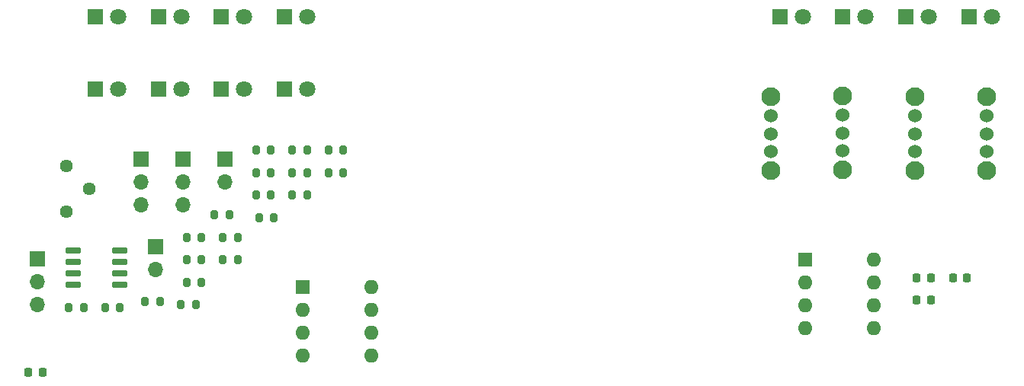
<source format=gbr>
%TF.GenerationSoftware,KiCad,Pcbnew,(6.0.8)*%
%TF.CreationDate,2022-11-08T10:52:10+01:00*%
%TF.ProjectId,TVZ_KTM_ApplicationBoard,54565a5f-4b54-44d5-9f41-70706c696361,rev?*%
%TF.SameCoordinates,Original*%
%TF.FileFunction,Copper,L1,Top*%
%TF.FilePolarity,Positive*%
%FSLAX46Y46*%
G04 Gerber Fmt 4.6, Leading zero omitted, Abs format (unit mm)*
G04 Created by KiCad (PCBNEW (6.0.8)) date 2022-11-08 10:52:10*
%MOMM*%
%LPD*%
G01*
G04 APERTURE LIST*
G04 Aperture macros list*
%AMRoundRect*
0 Rectangle with rounded corners*
0 $1 Rounding radius*
0 $2 $3 $4 $5 $6 $7 $8 $9 X,Y pos of 4 corners*
0 Add a 4 corners polygon primitive as box body*
4,1,4,$2,$3,$4,$5,$6,$7,$8,$9,$2,$3,0*
0 Add four circle primitives for the rounded corners*
1,1,$1+$1,$2,$3*
1,1,$1+$1,$4,$5*
1,1,$1+$1,$6,$7*
1,1,$1+$1,$8,$9*
0 Add four rect primitives between the rounded corners*
20,1,$1+$1,$2,$3,$4,$5,0*
20,1,$1+$1,$4,$5,$6,$7,0*
20,1,$1+$1,$6,$7,$8,$9,0*
20,1,$1+$1,$8,$9,$2,$3,0*%
G04 Aperture macros list end*
%TA.AperFunction,SMDPad,CuDef*%
%ADD10RoundRect,0.150000X-0.725000X-0.150000X0.725000X-0.150000X0.725000X0.150000X-0.725000X0.150000X0*%
%TD*%
%TA.AperFunction,ComponentPad*%
%ADD11C,1.440000*%
%TD*%
%TA.AperFunction,SMDPad,CuDef*%
%ADD12RoundRect,0.200000X-0.200000X-0.275000X0.200000X-0.275000X0.200000X0.275000X-0.200000X0.275000X0*%
%TD*%
%TA.AperFunction,ComponentPad*%
%ADD13R,1.700000X1.700000*%
%TD*%
%TA.AperFunction,ComponentPad*%
%ADD14O,1.700000X1.700000*%
%TD*%
%TA.AperFunction,ComponentPad*%
%ADD15R,1.600000X1.600000*%
%TD*%
%TA.AperFunction,ComponentPad*%
%ADD16O,1.600000X1.600000*%
%TD*%
%TA.AperFunction,ComponentPad*%
%ADD17C,2.100000*%
%TD*%
%TA.AperFunction,ComponentPad*%
%ADD18C,1.524000*%
%TD*%
%TA.AperFunction,ComponentPad*%
%ADD19R,1.800000X1.800000*%
%TD*%
%TA.AperFunction,ComponentPad*%
%ADD20C,1.800000*%
%TD*%
%TA.AperFunction,SMDPad,CuDef*%
%ADD21RoundRect,0.225000X-0.225000X-0.250000X0.225000X-0.250000X0.225000X0.250000X-0.225000X0.250000X0*%
%TD*%
G04 APERTURE END LIST*
D10*
%TO.P,U1,1,SDA*%
%TO.N,/SDA*%
X120535000Y-87935000D03*
%TO.P,U1,2,SCL*%
%TO.N,/SCL*%
X120535000Y-89205000D03*
%TO.P,U1,3,O.S.*%
%TO.N,unconnected-(U1-Pad3)*%
X120535000Y-90475000D03*
%TO.P,U1,4,GND*%
%TO.N,GND*%
X120535000Y-91745000D03*
%TO.P,U1,5,A2*%
%TO.N,Net-(R5-Pad1)*%
X125685000Y-91745000D03*
%TO.P,U1,6,A1*%
%TO.N,Net-(R4-Pad1)*%
X125685000Y-90475000D03*
%TO.P,U1,7,A0*%
%TO.N,Net-(R3-Pad1)*%
X125685000Y-89205000D03*
%TO.P,U1,8,+Vs*%
%TO.N,+3V3*%
X125685000Y-87935000D03*
%TD*%
D11*
%TO.P,RV1,1,1*%
%TO.N,+3V3*%
X119790000Y-83610000D03*
%TO.P,RV1,2,2*%
%TO.N,POT*%
X122330000Y-81070000D03*
%TO.P,RV1,3,3*%
%TO.N,GND*%
X119790000Y-78530000D03*
%TD*%
D12*
%TO.P,R19,1*%
%TO.N,Net-(R18-Pad1)*%
X137175000Y-89000000D03*
%TO.P,R19,2*%
%TO.N,Net-(R18-Pad2)*%
X138825000Y-89000000D03*
%TD*%
%TO.P,R18,1*%
%TO.N,Net-(R18-Pad1)*%
X132525000Y-94020000D03*
%TO.P,R18,2*%
%TO.N,Net-(R18-Pad2)*%
X134175000Y-94020000D03*
%TD*%
%TO.P,R17,1*%
%TO.N,PC9_1*%
X144885000Y-81800000D03*
%TO.P,R17,2*%
%TO.N,Net-(D12-Pad2)*%
X146535000Y-81800000D03*
%TD*%
%TO.P,R16,1*%
%TO.N,PC8_1*%
X133165000Y-89000000D03*
%TO.P,R16,2*%
%TO.N,Net-(D11-Pad2)*%
X134815000Y-89000000D03*
%TD*%
%TO.P,R15,1*%
%TO.N,PC7_1*%
X128515000Y-93680000D03*
%TO.P,R15,2*%
%TO.N,Net-(D10-Pad2)*%
X130165000Y-93680000D03*
%TD*%
%TO.P,R14,1*%
%TO.N,PC6_1*%
X133165000Y-91510000D03*
%TO.P,R14,2*%
%TO.N,Net-(D9-Pad2)*%
X134815000Y-91510000D03*
%TD*%
%TO.P,R13,1*%
%TO.N,unconnected-(R13-Pad1)*%
X144885000Y-76780000D03*
%TO.P,R13,2*%
%TO.N,Net-(D8-Pad2)*%
X146535000Y-76780000D03*
%TD*%
%TO.P,R12,1*%
%TO.N,unconnected-(R12-Pad1)*%
X137175000Y-86490000D03*
%TO.P,R12,2*%
%TO.N,Net-(D7-Pad2)*%
X138825000Y-86490000D03*
%TD*%
%TO.P,R11,1*%
%TO.N,unconnected-(R11-Pad1)*%
X148895000Y-76780000D03*
%TO.P,R11,2*%
%TO.N,Net-(D6-Pad2)*%
X150545000Y-76780000D03*
%TD*%
%TO.P,R10,1*%
%TO.N,unconnected-(R10-Pad1)*%
X140875000Y-76780000D03*
%TO.P,R10,2*%
%TO.N,Net-(D5-Pad2)*%
X142525000Y-76780000D03*
%TD*%
%TO.P,R9,1*%
%TO.N,PC9_2*%
X136225000Y-83980000D03*
%TO.P,R9,2*%
%TO.N,Net-(D4-Pad2)*%
X137875000Y-83980000D03*
%TD*%
%TO.P,R8,1*%
%TO.N,PC8_2*%
X133165000Y-86490000D03*
%TO.P,R8,2*%
%TO.N,Net-(D3-Pad2)*%
X134815000Y-86490000D03*
%TD*%
%TO.P,R7,1*%
%TO.N,PC7_2*%
X140875000Y-79290000D03*
%TO.P,R7,2*%
%TO.N,Net-(D2-Pad2)*%
X142525000Y-79290000D03*
%TD*%
%TO.P,R6,1*%
%TO.N,PC6_2*%
X141185000Y-84310000D03*
%TO.P,R6,2*%
%TO.N,Net-(D1-Pad2)*%
X142835000Y-84310000D03*
%TD*%
%TO.P,R5,1*%
%TO.N,Net-(R5-Pad1)*%
X148895000Y-79290000D03*
%TO.P,R5,2*%
%TO.N,Net-(JP5-Pad2)*%
X150545000Y-79290000D03*
%TD*%
%TO.P,R4,1*%
%TO.N,Net-(R4-Pad1)*%
X120065000Y-94320000D03*
%TO.P,R4,2*%
%TO.N,Net-(JP4-Pad2)*%
X121715000Y-94320000D03*
%TD*%
%TO.P,R3,1*%
%TO.N,Net-(R3-Pad1)*%
X140875000Y-81800000D03*
%TO.P,R3,2*%
%TO.N,Net-(JP1-Pad2)*%
X142525000Y-81800000D03*
%TD*%
%TO.P,R2,1*%
%TO.N,Net-(JP3-Pad1)*%
X144885000Y-79290000D03*
%TO.P,R2,2*%
%TO.N,+3V3*%
X146535000Y-79290000D03*
%TD*%
%TO.P,R1,1*%
%TO.N,Net-(JP2-Pad1)*%
X124075000Y-94320000D03*
%TO.P,R1,2*%
%TO.N,+3V3*%
X125725000Y-94320000D03*
%TD*%
D13*
%TO.P,JP5,1,A*%
%TO.N,+3V3*%
X128070000Y-77850000D03*
D14*
%TO.P,JP5,2,C*%
%TO.N,Net-(JP5-Pad2)*%
X128070000Y-80390000D03*
%TO.P,JP5,3,B*%
%TO.N,GND*%
X128070000Y-82930000D03*
%TD*%
D13*
%TO.P,JP4,1,A*%
%TO.N,+3V3*%
X132720000Y-77850000D03*
D14*
%TO.P,JP4,2,C*%
%TO.N,Net-(JP4-Pad2)*%
X132720000Y-80390000D03*
%TO.P,JP4,3,B*%
%TO.N,GND*%
X132720000Y-82930000D03*
%TD*%
D13*
%TO.P,JP3,1,A*%
%TO.N,Net-(JP3-Pad1)*%
X129660000Y-87550000D03*
D14*
%TO.P,JP3,2,B*%
%TO.N,/SDA*%
X129660000Y-90090000D03*
%TD*%
D13*
%TO.P,JP2,1,A*%
%TO.N,Net-(JP2-Pad1)*%
X137370000Y-77850000D03*
D14*
%TO.P,JP2,2,B*%
%TO.N,/SCL*%
X137370000Y-80390000D03*
%TD*%
D13*
%TO.P,JP1,1,A*%
%TO.N,+3V3*%
X116560000Y-88940000D03*
D14*
%TO.P,JP1,2,C*%
%TO.N,Net-(JP1-Pad2)*%
X116560000Y-91480000D03*
%TO.P,JP1,3,B*%
%TO.N,GND*%
X116560000Y-94020000D03*
%TD*%
D15*
%TO.P,U3,1,TXD*%
%TO.N,TXD_2*%
X201825000Y-89015000D03*
D16*
%TO.P,U3,2,VSS*%
%TO.N,GND*%
X201825000Y-91555000D03*
%TO.P,U3,3,VDD*%
%TO.N,+3V3*%
X201825000Y-94095000D03*
%TO.P,U3,4,RXD*%
%TO.N,RXD_2*%
X201825000Y-96635000D03*
%TO.P,U3,5,Vref*%
%TO.N,unconnected-(U3-Pad5)*%
X209445000Y-96635000D03*
%TO.P,U3,6,CANL*%
%TO.N,Net-(R18-Pad2)*%
X209445000Y-94095000D03*
%TO.P,U3,7,CANH*%
%TO.N,Net-(R18-Pad1)*%
X209445000Y-91555000D03*
%TO.P,U3,8,Rs*%
%TO.N,GND*%
X209445000Y-89015000D03*
%TD*%
D17*
%TO.P,SW4,*%
%TO.N,*%
X222000000Y-79100000D03*
X222000000Y-70900000D03*
D18*
%TO.P,SW4,1,A*%
%TO.N,unconnected-(SW4-Pad1)*%
X222000000Y-73000000D03*
%TO.P,SW4,2,B*%
%TO.N,PB10_1*%
X222000000Y-75000000D03*
%TO.P,SW4,3,C*%
%TO.N,GND*%
X222000000Y-77000000D03*
%TD*%
D17*
%TO.P,SW3,*%
%TO.N,*%
X206000000Y-79000000D03*
X206000000Y-70800000D03*
D18*
%TO.P,SW3,1,A*%
%TO.N,unconnected-(SW3-Pad1)*%
X206000000Y-72900000D03*
%TO.P,SW3,2,B*%
%TO.N,PB1_1*%
X206000000Y-74900000D03*
%TO.P,SW3,3,C*%
%TO.N,GND*%
X206000000Y-76900000D03*
%TD*%
D17*
%TO.P,SW2,*%
%TO.N,*%
X214000000Y-79100000D03*
X214000000Y-70900000D03*
D18*
%TO.P,SW2,1,A*%
%TO.N,unconnected-(SW2-Pad1)*%
X214000000Y-73000000D03*
%TO.P,SW2,2,B*%
%TO.N,PB2_1*%
X214000000Y-75000000D03*
%TO.P,SW2,3,C*%
%TO.N,GND*%
X214000000Y-77000000D03*
%TD*%
D17*
%TO.P,SW1,*%
%TO.N,*%
X198000000Y-79100000D03*
X198000000Y-70900000D03*
D18*
%TO.P,SW1,1,A*%
%TO.N,unconnected-(SW1-Pad1)*%
X198000000Y-73000000D03*
%TO.P,SW1,2,B*%
%TO.N,PB0_1*%
X198000000Y-75000000D03*
%TO.P,SW1,3,C*%
%TO.N,GND*%
X198000000Y-77000000D03*
%TD*%
D19*
%TO.P,D12,1,K*%
%TO.N,GND*%
X144000000Y-70000000D03*
D20*
%TO.P,D12,2,A*%
%TO.N,Net-(D12-Pad2)*%
X146540000Y-70000000D03*
%TD*%
D19*
%TO.P,D11,1,K*%
%TO.N,GND*%
X137000000Y-70000000D03*
D20*
%TO.P,D11,2,A*%
%TO.N,Net-(D11-Pad2)*%
X139540000Y-70000000D03*
%TD*%
D19*
%TO.P,D10,1,K*%
%TO.N,GND*%
X130000000Y-70000000D03*
D20*
%TO.P,D10,2,A*%
%TO.N,Net-(D10-Pad2)*%
X132540000Y-70000000D03*
%TD*%
D19*
%TO.P,D9,1,K*%
%TO.N,GND*%
X123000000Y-70000000D03*
D20*
%TO.P,D9,2,A*%
%TO.N,Net-(D9-Pad2)*%
X125540000Y-70000000D03*
%TD*%
D21*
%TO.P,C4,1*%
%TO.N,POT*%
X214215000Y-91000000D03*
%TO.P,C4,2*%
%TO.N,GND*%
X215765000Y-91000000D03*
%TD*%
%TO.P,C3,1*%
%TO.N,+3V3*%
X218225000Y-91000000D03*
%TO.P,C3,2*%
%TO.N,GND*%
X219775000Y-91000000D03*
%TD*%
%TO.P,C2,1*%
%TO.N,+3V3*%
X214215000Y-93510000D03*
%TO.P,C2,2*%
%TO.N,GND*%
X215765000Y-93510000D03*
%TD*%
D19*
%TO.P,D8,1,K*%
%TO.N,GND*%
X144000000Y-62000000D03*
D20*
%TO.P,D8,2,A*%
%TO.N,Net-(D8-Pad2)*%
X146540000Y-62000000D03*
%TD*%
D19*
%TO.P,D7,1,K*%
%TO.N,GND*%
X137000000Y-62000000D03*
D20*
%TO.P,D7,2,A*%
%TO.N,Net-(D7-Pad2)*%
X139540000Y-62000000D03*
%TD*%
D19*
%TO.P,D6,1,K*%
%TO.N,GND*%
X130000000Y-62000000D03*
D20*
%TO.P,D6,2,A*%
%TO.N,Net-(D6-Pad2)*%
X132540000Y-62000000D03*
%TD*%
D19*
%TO.P,D5,1,K*%
%TO.N,GND*%
X123000000Y-62000000D03*
D20*
%TO.P,D5,2,A*%
%TO.N,Net-(D5-Pad2)*%
X125540000Y-62000000D03*
%TD*%
D19*
%TO.P,D4,1,K*%
%TO.N,GND*%
X220000000Y-62000000D03*
D20*
%TO.P,D4,2,A*%
%TO.N,Net-(D4-Pad2)*%
X222540000Y-62000000D03*
%TD*%
D19*
%TO.P,D3,1,K*%
%TO.N,GND*%
X213000000Y-62000000D03*
D20*
%TO.P,D3,2,A*%
%TO.N,Net-(D3-Pad2)*%
X215540000Y-62000000D03*
%TD*%
D19*
%TO.P,D2,1,K*%
%TO.N,GND*%
X206000000Y-62000000D03*
D20*
%TO.P,D2,2,A*%
%TO.N,Net-(D2-Pad2)*%
X208540000Y-62000000D03*
%TD*%
D19*
%TO.P,D1,1,K*%
%TO.N,GND*%
X199000000Y-62000000D03*
D20*
%TO.P,D1,2,A*%
%TO.N,Net-(D1-Pad2)*%
X201540000Y-62000000D03*
%TD*%
D21*
%TO.P,C1,1*%
%TO.N,+3V3*%
X115585000Y-101540000D03*
%TO.P,C1,2*%
%TO.N,GND*%
X117135000Y-101540000D03*
%TD*%
D15*
%TO.P,U2,1,TXD*%
%TO.N,TXD_1*%
X146000000Y-92000000D03*
D16*
%TO.P,U2,2,VSS*%
%TO.N,GND*%
X146000000Y-94540000D03*
%TO.P,U2,3,VDD*%
%TO.N,+3V3*%
X146000000Y-97080000D03*
%TO.P,U2,4,RXD*%
%TO.N,RXD_1*%
X146000000Y-99620000D03*
%TO.P,U2,5,Vref*%
%TO.N,unconnected-(U2-Pad5)*%
X153620000Y-99620000D03*
%TO.P,U2,6,CANL*%
%TO.N,Net-(R18-Pad2)*%
X153620000Y-97080000D03*
%TO.P,U2,7,CANH*%
%TO.N,Net-(R18-Pad1)*%
X153620000Y-94540000D03*
%TO.P,U2,8,Rs*%
%TO.N,GND*%
X153620000Y-92000000D03*
%TD*%
M02*

</source>
